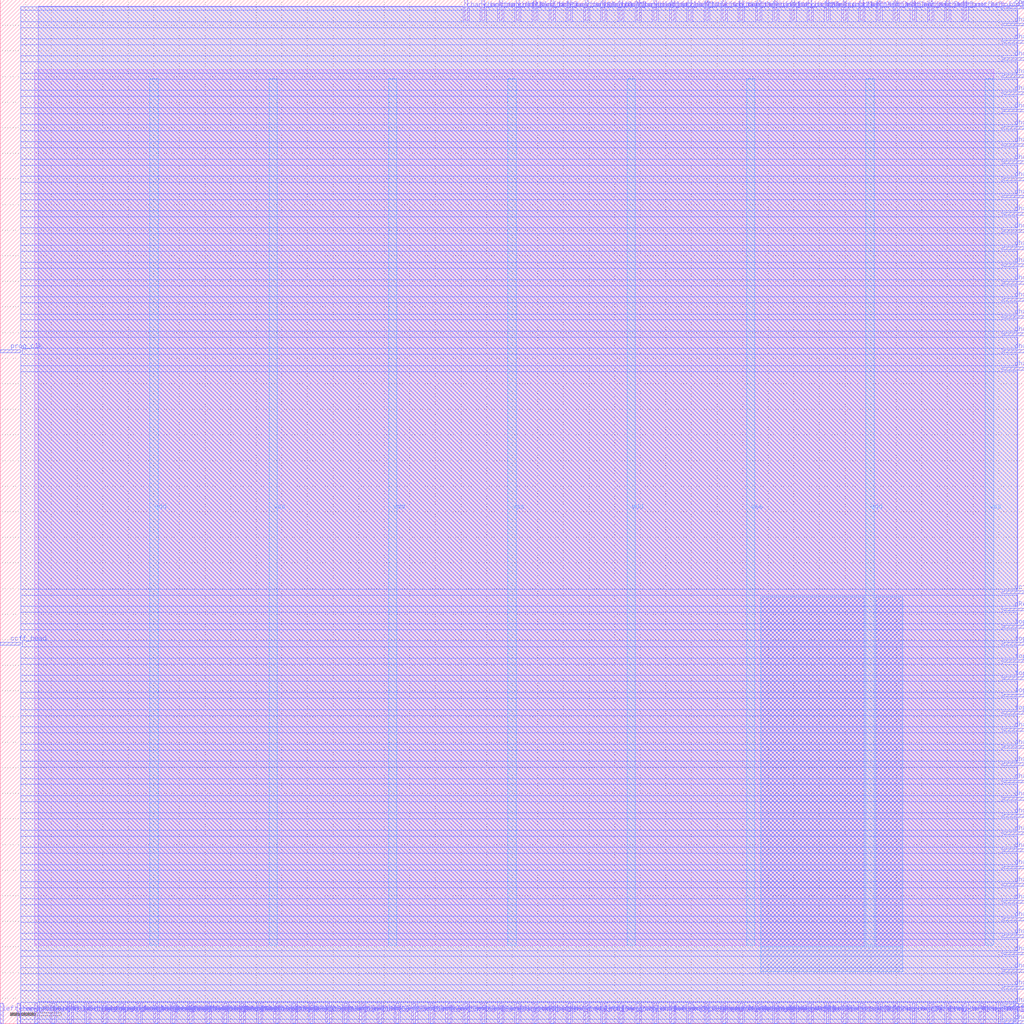
<source format=lef>
VERSION 5.7 ;
  NOWIREEXTENSIONATPIN ON ;
  DIVIDERCHAR "/" ;
  BUSBITCHARS "[]" ;
MACRO sb_2__1_
  CLASS BLOCK ;
  FOREIGN sb_2__1_ ;
  ORIGIN 0.000 0.000 ;
  SIZE 200.000 BY 200.000 ;
  PIN bottom_left_grid_right_width_0_height_0_subtile_0__pin_O_1_
    DIRECTION INPUT ;
    USE SIGNAL ;
    PORT
      LAYER Metal2 ;
        RECT 10.080 0.000 10.640 4.000 ;
    END
  END bottom_left_grid_right_width_0_height_0_subtile_0__pin_O_1_
  PIN bottom_left_grid_right_width_0_height_0_subtile_0__pin_O_5_
    DIRECTION INPUT ;
    USE SIGNAL ;
    PORT
      LAYER Metal2 ;
        RECT 6.720 0.000 7.280 4.000 ;
    END
  END bottom_left_grid_right_width_0_height_0_subtile_0__pin_O_5_
  PIN bottom_right_grid_left_width_0_height_0_subtile_0__pin_inpad_0_
    DIRECTION INPUT ;
    USE SIGNAL ;
    PORT
      LAYER Metal2 ;
        RECT 16.800 0.000 17.360 4.000 ;
    END
  END bottom_right_grid_left_width_0_height_0_subtile_0__pin_inpad_0_
  PIN bottom_right_grid_left_width_0_height_0_subtile_1__pin_inpad_0_
    DIRECTION INPUT ;
    USE SIGNAL ;
    PORT
      LAYER Metal2 ;
        RECT 13.440 0.000 14.000 4.000 ;
    END
  END bottom_right_grid_left_width_0_height_0_subtile_1__pin_inpad_0_
  PIN bottom_right_grid_left_width_0_height_0_subtile_2__pin_inpad_0_
    DIRECTION INPUT ;
    USE SIGNAL ;
    PORT
      LAYER Metal2 ;
        RECT 23.520 0.000 24.080 4.000 ;
    END
  END bottom_right_grid_left_width_0_height_0_subtile_2__pin_inpad_0_
  PIN bottom_right_grid_left_width_0_height_0_subtile_3__pin_inpad_0_
    DIRECTION INPUT ;
    USE SIGNAL ;
    PORT
      LAYER Metal2 ;
        RECT 20.160 0.000 20.720 4.000 ;
    END
  END bottom_right_grid_left_width_0_height_0_subtile_3__pin_inpad_0_
  PIN ccff_head
    DIRECTION INPUT ;
    USE SIGNAL ;
    ANTENNAGATEAREA 0.741000 ;
    ANTENNADIFFAREA 0.410400 ;
    PORT
      LAYER Metal3 ;
        RECT 0.000 73.920 4.000 74.480 ;
    END
  END ccff_head
  PIN ccff_tail
    DIRECTION OUTPUT TRISTATE ;
    USE SIGNAL ;
    ANTENNADIFFAREA 1.986000 ;
    PORT
      LAYER Metal3 ;
        RECT 196.000 84.000 200.000 84.560 ;
    END
  END ccff_tail
  PIN chanx_left_in[0]
    DIRECTION INPUT ;
    USE SIGNAL ;
    PORT
      LAYER Metal2 ;
        RECT 30.240 0.000 30.800 4.000 ;
    END
  END chanx_left_in[0]
  PIN chanx_left_in[10]
    DIRECTION INPUT ;
    USE SIGNAL ;
    PORT
      LAYER Metal2 ;
        RECT 26.880 0.000 27.440 4.000 ;
    END
  END chanx_left_in[10]
  PIN chanx_left_in[11]
    DIRECTION INPUT ;
    USE SIGNAL ;
    PORT
      LAYER Metal2 ;
        RECT 36.960 0.000 37.520 4.000 ;
    END
  END chanx_left_in[11]
  PIN chanx_left_in[12]
    DIRECTION INPUT ;
    USE SIGNAL ;
    PORT
      LAYER Metal2 ;
        RECT 33.600 0.000 34.160 4.000 ;
    END
  END chanx_left_in[12]
  PIN chanx_left_in[13]
    DIRECTION INPUT ;
    USE SIGNAL ;
    PORT
      LAYER Metal2 ;
        RECT 43.680 0.000 44.240 4.000 ;
    END
  END chanx_left_in[13]
  PIN chanx_left_in[14]
    DIRECTION INPUT ;
    USE SIGNAL ;
    PORT
      LAYER Metal2 ;
        RECT 40.320 0.000 40.880 4.000 ;
    END
  END chanx_left_in[14]
  PIN chanx_left_in[15]
    DIRECTION INPUT ;
    USE SIGNAL ;
    PORT
      LAYER Metal2 ;
        RECT 50.400 0.000 50.960 4.000 ;
    END
  END chanx_left_in[15]
  PIN chanx_left_in[16]
    DIRECTION INPUT ;
    USE SIGNAL ;
    PORT
      LAYER Metal2 ;
        RECT 47.040 0.000 47.600 4.000 ;
    END
  END chanx_left_in[16]
  PIN chanx_left_in[17]
    DIRECTION INPUT ;
    USE SIGNAL ;
    PORT
      LAYER Metal2 ;
        RECT 57.120 0.000 57.680 4.000 ;
    END
  END chanx_left_in[17]
  PIN chanx_left_in[18]
    DIRECTION INPUT ;
    USE SIGNAL ;
    PORT
      LAYER Metal2 ;
        RECT 53.760 0.000 54.320 4.000 ;
    END
  END chanx_left_in[18]
  PIN chanx_left_in[19]
    DIRECTION INPUT ;
    USE SIGNAL ;
    PORT
      LAYER Metal2 ;
        RECT 63.840 0.000 64.400 4.000 ;
    END
  END chanx_left_in[19]
  PIN chanx_left_in[1]
    DIRECTION INPUT ;
    USE SIGNAL ;
    PORT
      LAYER Metal2 ;
        RECT 60.480 0.000 61.040 4.000 ;
    END
  END chanx_left_in[1]
  PIN chanx_left_in[2]
    DIRECTION INPUT ;
    USE SIGNAL ;
    PORT
      LAYER Metal2 ;
        RECT 70.560 0.000 71.120 4.000 ;
    END
  END chanx_left_in[2]
  PIN chanx_left_in[3]
    DIRECTION INPUT ;
    USE SIGNAL ;
    PORT
      LAYER Metal2 ;
        RECT 67.200 0.000 67.760 4.000 ;
    END
  END chanx_left_in[3]
  PIN chanx_left_in[4]
    DIRECTION INPUT ;
    USE SIGNAL ;
    PORT
      LAYER Metal2 ;
        RECT 77.280 0.000 77.840 4.000 ;
    END
  END chanx_left_in[4]
  PIN chanx_left_in[5]
    DIRECTION INPUT ;
    USE SIGNAL ;
    PORT
      LAYER Metal2 ;
        RECT 73.920 0.000 74.480 4.000 ;
    END
  END chanx_left_in[5]
  PIN chanx_left_in[6]
    DIRECTION INPUT ;
    USE SIGNAL ;
    PORT
      LAYER Metal2 ;
        RECT 84.000 0.000 84.560 4.000 ;
    END
  END chanx_left_in[6]
  PIN chanx_left_in[7]
    DIRECTION INPUT ;
    USE SIGNAL ;
    PORT
      LAYER Metal2 ;
        RECT 80.640 0.000 81.200 4.000 ;
    END
  END chanx_left_in[7]
  PIN chanx_left_in[8]
    DIRECTION INPUT ;
    USE SIGNAL ;
    PORT
      LAYER Metal2 ;
        RECT 90.720 0.000 91.280 4.000 ;
    END
  END chanx_left_in[8]
  PIN chanx_left_in[9]
    DIRECTION INPUT ;
    USE SIGNAL ;
    PORT
      LAYER Metal2 ;
        RECT 87.360 0.000 87.920 4.000 ;
    END
  END chanx_left_in[9]
  PIN chanx_left_out[0]
    DIRECTION OUTPUT TRISTATE ;
    USE SIGNAL ;
    ANTENNADIFFAREA 0.360800 ;
    PORT
      LAYER Metal2 ;
        RECT 131.040 196.000 131.600 200.000 ;
    END
  END chanx_left_out[0]
  PIN chanx_left_out[10]
    DIRECTION OUTPUT TRISTATE ;
    USE SIGNAL ;
    ANTENNADIFFAREA 0.360800 ;
    PORT
      LAYER Metal2 ;
        RECT 188.160 196.000 188.720 200.000 ;
    END
  END chanx_left_out[10]
  PIN chanx_left_out[11]
    DIRECTION OUTPUT TRISTATE ;
    USE SIGNAL ;
    ANTENNADIFFAREA 0.360800 ;
    PORT
      LAYER Metal2 ;
        RECT 181.440 196.000 182.000 200.000 ;
    END
  END chanx_left_out[11]
  PIN chanx_left_out[12]
    DIRECTION OUTPUT TRISTATE ;
    USE SIGNAL ;
    ANTENNADIFFAREA 0.360800 ;
    PORT
      LAYER Metal2 ;
        RECT 174.720 196.000 175.280 200.000 ;
    END
  END chanx_left_out[12]
  PIN chanx_left_out[13]
    DIRECTION OUTPUT TRISTATE ;
    USE SIGNAL ;
    ANTENNADIFFAREA 0.360800 ;
    PORT
      LAYER Metal3 ;
        RECT 196.000 0.000 200.000 0.560 ;
    END
  END chanx_left_out[13]
  PIN chanx_left_out[14]
    DIRECTION OUTPUT TRISTATE ;
    USE SIGNAL ;
    ANTENNADIFFAREA 0.360800 ;
    PORT
      LAYER Metal3 ;
        RECT 196.000 127.680 200.000 128.240 ;
    END
  END chanx_left_out[14]
  PIN chanx_left_out[15]
    DIRECTION OUTPUT TRISTATE ;
    USE SIGNAL ;
    ANTENNADIFFAREA 0.360800 ;
    PORT
      LAYER Metal2 ;
        RECT 144.480 196.000 145.040 200.000 ;
    END
  END chanx_left_out[15]
  PIN chanx_left_out[16]
    DIRECTION OUTPUT TRISTATE ;
    USE SIGNAL ;
    ANTENNADIFFAREA 2.080400 ;
    PORT
      LAYER Metal2 ;
        RECT 198.240 0.000 198.800 4.000 ;
    END
  END chanx_left_out[16]
  PIN chanx_left_out[17]
    DIRECTION OUTPUT TRISTATE ;
    USE SIGNAL ;
    ANTENNADIFFAREA 1.986000 ;
    PORT
      LAYER Metal3 ;
        RECT 196.000 57.120 200.000 57.680 ;
    END
  END chanx_left_out[17]
  PIN chanx_left_out[18]
    DIRECTION OUTPUT TRISTATE ;
    USE SIGNAL ;
    ANTENNADIFFAREA 2.080400 ;
    PORT
      LAYER Metal3 ;
        RECT 196.000 198.240 200.000 198.800 ;
    END
  END chanx_left_out[18]
  PIN chanx_left_out[19]
    DIRECTION OUTPUT TRISTATE ;
    USE SIGNAL ;
    ANTENNADIFFAREA 2.080400 ;
    PORT
      LAYER Metal2 ;
        RECT 164.640 196.000 165.200 200.000 ;
    END
  END chanx_left_out[19]
  PIN chanx_left_out[1]
    DIRECTION OUTPUT TRISTATE ;
    USE SIGNAL ;
    ANTENNADIFFAREA 0.360800 ;
    PORT
      LAYER Metal3 ;
        RECT 196.000 168.000 200.000 168.560 ;
    END
  END chanx_left_out[1]
  PIN chanx_left_out[2]
    DIRECTION OUTPUT TRISTATE ;
    USE SIGNAL ;
    ANTENNADIFFAREA 0.360800 ;
    PORT
      LAYER Metal2 ;
        RECT 157.920 196.000 158.480 200.000 ;
    END
  END chanx_left_out[2]
  PIN chanx_left_out[3]
    DIRECTION OUTPUT TRISTATE ;
    USE SIGNAL ;
    ANTENNADIFFAREA 0.360800 ;
    PORT
      LAYER Metal3 ;
        RECT 196.000 20.160 200.000 20.720 ;
    END
  END chanx_left_out[3]
  PIN chanx_left_out[4]
    DIRECTION OUTPUT TRISTATE ;
    USE SIGNAL ;
    ANTENNADIFFAREA 0.360800 ;
    PORT
      LAYER Metal2 ;
        RECT 134.400 0.000 134.960 4.000 ;
    END
  END chanx_left_out[4]
  PIN chanx_left_out[5]
    DIRECTION OUTPUT TRISTATE ;
    USE SIGNAL ;
    ANTENNADIFFAREA 0.360800 ;
    PORT
      LAYER Metal2 ;
        RECT 171.360 196.000 171.920 200.000 ;
    END
  END chanx_left_out[5]
  PIN chanx_left_out[6]
    DIRECTION OUTPUT TRISTATE ;
    USE SIGNAL ;
    ANTENNADIFFAREA 0.360800 ;
    PORT
      LAYER Metal3 ;
        RECT 196.000 164.640 200.000 165.200 ;
    END
  END chanx_left_out[6]
  PIN chanx_left_out[7]
    DIRECTION OUTPUT TRISTATE ;
    USE SIGNAL ;
    ANTENNADIFFAREA 0.360800 ;
    PORT
      LAYER Metal3 ;
        RECT 196.000 16.800 200.000 17.360 ;
    END
  END chanx_left_out[7]
  PIN chanx_left_out[8]
    DIRECTION OUTPUT TRISTATE ;
    USE SIGNAL ;
    ANTENNADIFFAREA 0.360800 ;
    PORT
      LAYER Metal2 ;
        RECT 161.280 0.000 161.840 4.000 ;
    END
  END chanx_left_out[8]
  PIN chanx_left_out[9]
    DIRECTION OUTPUT TRISTATE ;
    USE SIGNAL ;
    ANTENNADIFFAREA 0.360800 ;
    PORT
      LAYER Metal2 ;
        RECT 168.000 196.000 168.560 200.000 ;
    END
  END chanx_left_out[9]
  PIN chany_bottom_in[0]
    DIRECTION INPUT ;
    USE SIGNAL ;
    ANTENNAGATEAREA 0.741000 ;
    ANTENNADIFFAREA 0.410400 ;
    PORT
      LAYER Metal3 ;
        RECT 196.000 137.760 200.000 138.320 ;
    END
  END chany_bottom_in[0]
  PIN chany_bottom_in[10]
    DIRECTION INPUT ;
    USE SIGNAL ;
    ANTENNAGATEAREA 0.741000 ;
    ANTENNADIFFAREA 0.410400 ;
    PORT
      LAYER Metal2 ;
        RECT 141.120 196.000 141.680 200.000 ;
    END
  END chany_bottom_in[10]
  PIN chany_bottom_in[11]
    DIRECTION INPUT ;
    USE SIGNAL ;
    PORT
      LAYER Metal2 ;
        RECT 97.440 0.000 98.000 4.000 ;
    END
  END chany_bottom_in[11]
  PIN chany_bottom_in[12]
    DIRECTION INPUT ;
    USE SIGNAL ;
    ANTENNAGATEAREA 0.741000 ;
    ANTENNADIFFAREA 0.410400 ;
    PORT
      LAYER Metal2 ;
        RECT 120.960 196.000 121.520 200.000 ;
    END
  END chany_bottom_in[12]
  PIN chany_bottom_in[13]
    DIRECTION INPUT ;
    USE SIGNAL ;
    ANTENNAGATEAREA 0.741000 ;
    ANTENNADIFFAREA 0.410400 ;
    PORT
      LAYER Metal3 ;
        RECT 196.000 10.080 200.000 10.640 ;
    END
  END chany_bottom_in[13]
  PIN chany_bottom_in[14]
    DIRECTION INPUT ;
    USE SIGNAL ;
    ANTENNAGATEAREA 0.741000 ;
    ANTENNADIFFAREA 0.410400 ;
    PORT
      LAYER Metal2 ;
        RECT 184.800 196.000 185.360 200.000 ;
    END
  END chany_bottom_in[14]
  PIN chany_bottom_in[15]
    DIRECTION INPUT ;
    USE SIGNAL ;
    PORT
      LAYER Metal2 ;
        RECT 94.080 0.000 94.640 4.000 ;
    END
  END chany_bottom_in[15]
  PIN chany_bottom_in[16]
    DIRECTION INPUT ;
    USE SIGNAL ;
    ANTENNAGATEAREA 0.741000 ;
    ANTENNADIFFAREA 0.410400 ;
    PORT
      LAYER Metal2 ;
        RECT 117.600 196.000 118.160 200.000 ;
    END
  END chany_bottom_in[16]
  PIN chany_bottom_in[17]
    DIRECTION INPUT ;
    USE SIGNAL ;
    ANTENNAGATEAREA 0.741000 ;
    ANTENNADIFFAREA 0.410400 ;
    PORT
      LAYER Metal2 ;
        RECT 90.720 196.000 91.280 200.000 ;
    END
  END chany_bottom_in[17]
  PIN chany_bottom_in[18]
    DIRECTION INPUT ;
    USE SIGNAL ;
    ANTENNAGATEAREA 0.741000 ;
    ANTENNADIFFAREA 0.410400 ;
    PORT
      LAYER Metal3 ;
        RECT 196.000 26.880 200.000 27.440 ;
    END
  END chany_bottom_in[18]
  PIN chany_bottom_in[19]
    DIRECTION INPUT ;
    USE SIGNAL ;
    PORT
      LAYER Metal2 ;
        RECT 104.160 0.000 104.720 4.000 ;
    END
  END chany_bottom_in[19]
  PIN chany_bottom_in[1]
    DIRECTION INPUT ;
    USE SIGNAL ;
    ANTENNAGATEAREA 0.741000 ;
    ANTENNADIFFAREA 0.410400 ;
    PORT
      LAYER Metal3 ;
        RECT 196.000 134.400 200.000 134.960 ;
    END
  END chany_bottom_in[1]
  PIN chany_bottom_in[2]
    DIRECTION INPUT ;
    USE SIGNAL ;
    ANTENNAGATEAREA 0.741000 ;
    ANTENNADIFFAREA 0.410400 ;
    PORT
      LAYER Metal3 ;
        RECT 196.000 141.120 200.000 141.680 ;
    END
  END chany_bottom_in[2]
  PIN chany_bottom_in[3]
    DIRECTION INPUT ;
    USE SIGNAL ;
    PORT
      LAYER Metal2 ;
        RECT 100.800 0.000 101.360 4.000 ;
    END
  END chany_bottom_in[3]
  PIN chany_bottom_in[4]
    DIRECTION INPUT ;
    USE SIGNAL ;
    ANTENNAGATEAREA 0.741000 ;
    ANTENNADIFFAREA 0.410400 ;
    PORT
      LAYER Metal3 ;
        RECT 196.000 6.720 200.000 7.280 ;
    END
  END chany_bottom_in[4]
  PIN chany_bottom_in[5]
    DIRECTION INPUT ;
    USE SIGNAL ;
    ANTENNAGATEAREA 0.741000 ;
    ANTENNADIFFAREA 0.410400 ;
    PORT
      LAYER Metal3 ;
        RECT 196.000 43.680 200.000 44.240 ;
    END
  END chany_bottom_in[5]
  PIN chany_bottom_in[6]
    DIRECTION INPUT ;
    USE SIGNAL ;
    ANTENNAGATEAREA 0.741000 ;
    ANTENNADIFFAREA 0.410400 ;
    PORT
      LAYER Metal3 ;
        RECT 196.000 3.360 200.000 3.920 ;
    END
  END chany_bottom_in[6]
  PIN chany_bottom_in[7]
    DIRECTION INPUT ;
    USE SIGNAL ;
    PORT
      LAYER Metal2 ;
        RECT 124.320 0.000 124.880 4.000 ;
    END
  END chany_bottom_in[7]
  PIN chany_bottom_in[8]
    DIRECTION INPUT ;
    USE SIGNAL ;
    ANTENNAGATEAREA 0.741000 ;
    ANTENNADIFFAREA 0.410400 ;
    PORT
      LAYER Metal2 ;
        RECT 107.520 0.000 108.080 4.000 ;
    END
  END chany_bottom_in[8]
  PIN chany_bottom_in[9]
    DIRECTION INPUT ;
    USE SIGNAL ;
    ANTENNAGATEAREA 0.741000 ;
    ANTENNADIFFAREA 0.410400 ;
    PORT
      LAYER Metal2 ;
        RECT 144.480 0.000 145.040 4.000 ;
    END
  END chany_bottom_in[9]
  PIN chany_bottom_out[0]
    DIRECTION OUTPUT TRISTATE ;
    USE SIGNAL ;
    ANTENNADIFFAREA 0.360800 ;
    PORT
      LAYER Metal3 ;
        RECT 196.000 171.360 200.000 171.920 ;
    END
  END chany_bottom_out[0]
  PIN chany_bottom_out[10]
    DIRECTION OUTPUT TRISTATE ;
    USE SIGNAL ;
    ANTENNADIFFAREA 2.080400 ;
    PORT
      LAYER Metal2 ;
        RECT 157.920 0.000 158.480 4.000 ;
    END
  END chany_bottom_out[10]
  PIN chany_bottom_out[11]
    DIRECTION OUTPUT TRISTATE ;
    USE SIGNAL ;
    ANTENNADIFFAREA 2.080400 ;
    PORT
      LAYER Metal3 ;
        RECT 196.000 131.040 200.000 131.600 ;
    END
  END chany_bottom_out[11]
  PIN chany_bottom_out[12]
    DIRECTION OUTPUT TRISTATE ;
    USE SIGNAL ;
    ANTENNADIFFAREA 0.360800 ;
    PORT
      LAYER Metal2 ;
        RECT 147.840 196.000 148.400 200.000 ;
    END
  END chany_bottom_out[12]
  PIN chany_bottom_out[13]
    DIRECTION OUTPUT TRISTATE ;
    USE SIGNAL ;
    ANTENNADIFFAREA 2.080400 ;
    PORT
      LAYER Metal2 ;
        RECT 168.000 0.000 168.560 4.000 ;
    END
  END chany_bottom_out[13]
  PIN chany_bottom_out[14]
    DIRECTION OUTPUT TRISTATE ;
    USE SIGNAL ;
    ANTENNADIFFAREA 2.080400 ;
    PORT
      LAYER Metal3 ;
        RECT 196.000 47.040 200.000 47.600 ;
    END
  END chany_bottom_out[14]
  PIN chany_bottom_out[15]
    DIRECTION OUTPUT TRISTATE ;
    USE SIGNAL ;
    ANTENNADIFFAREA 2.080400 ;
    PORT
      LAYER Metal2 ;
        RECT 194.880 0.000 195.440 4.000 ;
    END
  END chany_bottom_out[15]
  PIN chany_bottom_out[16]
    DIRECTION OUTPUT TRISTATE ;
    USE SIGNAL ;
    ANTENNADIFFAREA 0.360800 ;
    PORT
      LAYER Metal2 ;
        RECT 107.520 196.000 108.080 200.000 ;
    END
  END chany_bottom_out[16]
  PIN chany_bottom_out[17]
    DIRECTION OUTPUT TRISTATE ;
    USE SIGNAL ;
    ANTENNADIFFAREA 2.080400 ;
    PORT
      LAYER Metal2 ;
        RECT 154.560 196.000 155.120 200.000 ;
    END
  END chany_bottom_out[17]
  PIN chany_bottom_out[18]
    DIRECTION OUTPUT TRISTATE ;
    USE SIGNAL ;
    ANTENNADIFFAREA 2.080400 ;
    PORT
      LAYER Metal3 ;
        RECT 196.000 191.520 200.000 192.080 ;
    END
  END chany_bottom_out[18]
  PIN chany_bottom_out[19]
    DIRECTION OUTPUT TRISTATE ;
    USE SIGNAL ;
    ANTENNADIFFAREA 1.986000 ;
    PORT
      LAYER Metal2 ;
        RECT 104.160 196.000 104.720 200.000 ;
    END
  END chany_bottom_out[19]
  PIN chany_bottom_out[1]
    DIRECTION OUTPUT TRISTATE ;
    USE SIGNAL ;
    ANTENNADIFFAREA 2.080400 ;
    PORT
      LAYER Metal2 ;
        RECT 141.120 0.000 141.680 4.000 ;
    END
  END chany_bottom_out[1]
  PIN chany_bottom_out[2]
    DIRECTION OUTPUT TRISTATE ;
    USE SIGNAL ;
    ANTENNADIFFAREA 2.080400 ;
    PORT
      LAYER Metal2 ;
        RECT 184.800 0.000 185.360 4.000 ;
    END
  END chany_bottom_out[2]
  PIN chany_bottom_out[3]
    DIRECTION OUTPUT TRISTATE ;
    USE SIGNAL ;
    ANTENNADIFFAREA 2.080400 ;
    PORT
      LAYER Metal2 ;
        RECT 110.880 196.000 111.440 200.000 ;
    END
  END chany_bottom_out[3]
  PIN chany_bottom_out[4]
    DIRECTION OUTPUT TRISTATE ;
    USE SIGNAL ;
    ANTENNADIFFAREA 0.360800 ;
    PORT
      LAYER Metal3 ;
        RECT 196.000 161.280 200.000 161.840 ;
    END
  END chany_bottom_out[4]
  PIN chany_bottom_out[5]
    DIRECTION OUTPUT TRISTATE ;
    USE SIGNAL ;
    ANTENNADIFFAREA 2.080400 ;
    PORT
      LAYER Metal2 ;
        RECT 147.840 0.000 148.400 4.000 ;
    END
  END chany_bottom_out[5]
  PIN chany_bottom_out[6]
    DIRECTION OUTPUT TRISTATE ;
    USE SIGNAL ;
    ANTENNADIFFAREA 2.080400 ;
    PORT
      LAYER Metal2 ;
        RECT 178.080 0.000 178.640 4.000 ;
    END
  END chany_bottom_out[6]
  PIN chany_bottom_out[7]
    DIRECTION OUTPUT TRISTATE ;
    USE SIGNAL ;
    ANTENNADIFFAREA 2.080400 ;
    PORT
      LAYER Metal2 ;
        RECT 124.320 196.000 124.880 200.000 ;
    END
  END chany_bottom_out[7]
  PIN chany_bottom_out[8]
    DIRECTION OUTPUT TRISTATE ;
    USE SIGNAL ;
    ANTENNADIFFAREA 0.360800 ;
    PORT
      LAYER Metal3 ;
        RECT 196.000 13.440 200.000 14.000 ;
    END
  END chany_bottom_out[8]
  PIN chany_bottom_out[9]
    DIRECTION OUTPUT TRISTATE ;
    USE SIGNAL ;
    ANTENNADIFFAREA 2.080400 ;
    PORT
      LAYER Metal3 ;
        RECT 196.000 184.800 200.000 185.360 ;
    END
  END chany_bottom_out[9]
  PIN chany_top_in[0]
    DIRECTION INPUT ;
    USE SIGNAL ;
    ANTENNAGATEAREA 0.741000 ;
    ANTENNADIFFAREA 0.410400 ;
    PORT
      LAYER Metal2 ;
        RECT 137.760 0.000 138.320 4.000 ;
    END
  END chany_top_in[0]
  PIN chany_top_in[10]
    DIRECTION INPUT ;
    USE SIGNAL ;
    ANTENNAGATEAREA 0.741000 ;
    ANTENNADIFFAREA 0.410400 ;
    PORT
      LAYER Metal3 ;
        RECT 196.000 147.840 200.000 148.400 ;
    END
  END chany_top_in[10]
  PIN chany_top_in[11]
    DIRECTION INPUT ;
    USE SIGNAL ;
    ANTENNAGATEAREA 0.741000 ;
    ANTENNADIFFAREA 0.410400 ;
    PORT
      LAYER Metal3 ;
        RECT 196.000 188.160 200.000 188.720 ;
    END
  END chany_top_in[11]
  PIN chany_top_in[12]
    DIRECTION INPUT ;
    USE SIGNAL ;
    ANTENNAGATEAREA 0.741000 ;
    ANTENNADIFFAREA 0.410400 ;
    PORT
      LAYER Metal2 ;
        RECT 164.640 0.000 165.200 4.000 ;
    END
  END chany_top_in[12]
  PIN chany_top_in[13]
    DIRECTION INPUT ;
    USE SIGNAL ;
    ANTENNAGATEAREA 0.741000 ;
    ANTENNADIFFAREA 0.410400 ;
    PORT
      LAYER Metal3 ;
        RECT 196.000 53.760 200.000 54.320 ;
    END
  END chany_top_in[13]
  PIN chany_top_in[14]
    DIRECTION INPUT ;
    USE SIGNAL ;
    ANTENNAGATEAREA 0.741000 ;
    ANTENNADIFFAREA 0.410400 ;
    PORT
      LAYER Metal2 ;
        RECT 181.440 0.000 182.000 4.000 ;
    END
  END chany_top_in[14]
  PIN chany_top_in[15]
    DIRECTION INPUT ;
    USE SIGNAL ;
    ANTENNAGATEAREA 0.741000 ;
    ANTENNADIFFAREA 0.410400 ;
    PORT
      LAYER Metal3 ;
        RECT 196.000 33.600 200.000 34.160 ;
    END
  END chany_top_in[15]
  PIN chany_top_in[16]
    DIRECTION INPUT ;
    USE SIGNAL ;
    ANTENNAGATEAREA 0.741000 ;
    ANTENNADIFFAREA 0.410400 ;
    PORT
      LAYER Metal2 ;
        RECT 151.200 196.000 151.760 200.000 ;
    END
  END chany_top_in[16]
  PIN chany_top_in[17]
    DIRECTION INPUT ;
    USE SIGNAL ;
    ANTENNAGATEAREA 0.741000 ;
    ANTENNADIFFAREA 0.410400 ;
    PORT
      LAYER Metal3 ;
        RECT 196.000 178.080 200.000 178.640 ;
    END
  END chany_top_in[17]
  PIN chany_top_in[18]
    DIRECTION INPUT ;
    USE SIGNAL ;
    ANTENNAGATEAREA 0.741000 ;
    ANTENNADIFFAREA 0.410400 ;
    PORT
      LAYER Metal2 ;
        RECT 94.080 196.000 94.640 200.000 ;
    END
  END chany_top_in[18]
  PIN chany_top_in[19]
    DIRECTION INPUT ;
    USE SIGNAL ;
    ANTENNAGATEAREA 0.741000 ;
    ANTENNADIFFAREA 0.410400 ;
    PORT
      LAYER Metal2 ;
        RECT 171.360 0.000 171.920 4.000 ;
    END
  END chany_top_in[19]
  PIN chany_top_in[1]
    DIRECTION INPUT ;
    USE SIGNAL ;
    ANTENNAGATEAREA 0.741000 ;
    ANTENNADIFFAREA 0.410400 ;
    PORT
      LAYER Metal2 ;
        RECT 188.160 0.000 188.720 4.000 ;
    END
  END chany_top_in[1]
  PIN chany_top_in[2]
    DIRECTION INPUT ;
    USE SIGNAL ;
    ANTENNAGATEAREA 0.741000 ;
    ANTENNADIFFAREA 0.410400 ;
    PORT
      LAYER Metal2 ;
        RECT 100.800 196.000 101.360 200.000 ;
    END
  END chany_top_in[2]
  PIN chany_top_in[3]
    DIRECTION INPUT ;
    USE SIGNAL ;
    PORT
      LAYER Metal2 ;
        RECT 3.360 0.000 3.920 4.000 ;
    END
  END chany_top_in[3]
  PIN chany_top_in[4]
    DIRECTION INPUT ;
    USE SIGNAL ;
    ANTENNAGATEAREA 0.741000 ;
    ANTENNADIFFAREA 0.410400 ;
    PORT
      LAYER Metal2 ;
        RECT 151.200 0.000 151.760 4.000 ;
    END
  END chany_top_in[4]
  PIN chany_top_in[5]
    DIRECTION INPUT ;
    USE SIGNAL ;
    ANTENNAGATEAREA 0.741000 ;
    ANTENNADIFFAREA 0.410400 ;
    PORT
      LAYER Metal2 ;
        RECT 191.520 0.000 192.080 4.000 ;
    END
  END chany_top_in[5]
  PIN chany_top_in[6]
    DIRECTION INPUT ;
    USE SIGNAL ;
    ANTENNAGATEAREA 0.741000 ;
    ANTENNADIFFAREA 0.410400 ;
    PORT
      LAYER Metal2 ;
        RECT 114.240 196.000 114.800 200.000 ;
    END
  END chany_top_in[6]
  PIN chany_top_in[7]
    DIRECTION INPUT ;
    USE SIGNAL ;
    ANTENNAGATEAREA 0.741000 ;
    ANTENNADIFFAREA 0.410400 ;
    PORT
      LAYER Metal2 ;
        RECT 178.080 196.000 178.640 200.000 ;
    END
  END chany_top_in[7]
  PIN chany_top_in[8]
    DIRECTION INPUT ;
    USE SIGNAL ;
    ANTENNAGATEAREA 0.741000 ;
    ANTENNADIFFAREA 0.410400 ;
    PORT
      LAYER Metal3 ;
        RECT 196.000 144.480 200.000 145.040 ;
    END
  END chany_top_in[8]
  PIN chany_top_in[9]
    DIRECTION INPUT ;
    USE SIGNAL ;
    ANTENNAGATEAREA 0.741000 ;
    ANTENNADIFFAREA 0.410400 ;
    PORT
      LAYER Metal2 ;
        RECT 154.560 0.000 155.120 4.000 ;
    END
  END chany_top_in[9]
  PIN chany_top_out[0]
    DIRECTION OUTPUT TRISTATE ;
    USE SIGNAL ;
    ANTENNADIFFAREA 0.360800 ;
    PORT
      LAYER Metal2 ;
        RECT 120.960 0.000 121.520 4.000 ;
    END
  END chany_top_out[0]
  PIN chany_top_out[10]
    DIRECTION OUTPUT TRISTATE ;
    USE SIGNAL ;
    ANTENNADIFFAREA 2.080400 ;
    PORT
      LAYER Metal2 ;
        RECT 174.720 0.000 175.280 4.000 ;
    END
  END chany_top_out[10]
  PIN chany_top_out[11]
    DIRECTION OUTPUT TRISTATE ;
    USE SIGNAL ;
    ANTENNADIFFAREA 2.080400 ;
    PORT
      LAYER Metal2 ;
        RECT 137.760 196.000 138.320 200.000 ;
    END
  END chany_top_out[11]
  PIN chany_top_out[12]
    DIRECTION OUTPUT TRISTATE ;
    USE SIGNAL ;
    ANTENNADIFFAREA 0.360800 ;
    PORT
      LAYER Metal2 ;
        RECT 114.240 0.000 114.800 4.000 ;
    END
  END chany_top_out[12]
  PIN chany_top_out[13]
    DIRECTION OUTPUT TRISTATE ;
    USE SIGNAL ;
    ANTENNADIFFAREA 2.080400 ;
    PORT
      LAYER Metal2 ;
        RECT 134.400 196.000 134.960 200.000 ;
    END
  END chany_top_out[13]
  PIN chany_top_out[14]
    DIRECTION OUTPUT TRISTATE ;
    USE SIGNAL ;
    ANTENNADIFFAREA 1.986000 ;
    PORT
      LAYER Metal3 ;
        RECT 196.000 40.320 200.000 40.880 ;
    END
  END chany_top_out[14]
  PIN chany_top_out[15]
    DIRECTION OUTPUT TRISTATE ;
    USE SIGNAL ;
    ANTENNADIFFAREA 2.080400 ;
    PORT
      LAYER Metal2 ;
        RECT 161.280 196.000 161.840 200.000 ;
    END
  END chany_top_out[15]
  PIN chany_top_out[16]
    DIRECTION OUTPUT TRISTATE ;
    USE SIGNAL ;
    ANTENNADIFFAREA 0.360800 ;
    PORT
      LAYER Metal3 ;
        RECT 196.000 157.920 200.000 158.480 ;
    END
  END chany_top_out[16]
  PIN chany_top_out[17]
    DIRECTION OUTPUT TRISTATE ;
    USE SIGNAL ;
    ANTENNADIFFAREA 1.986000 ;
    PORT
      LAYER Metal2 ;
        RECT 127.680 196.000 128.240 200.000 ;
    END
  END chany_top_out[17]
  PIN chany_top_out[18]
    DIRECTION OUTPUT TRISTATE ;
    USE SIGNAL ;
    ANTENNADIFFAREA 1.986000 ;
    PORT
      LAYER Metal2 ;
        RECT 97.440 196.000 98.000 200.000 ;
    END
  END chany_top_out[18]
  PIN chany_top_out[19]
    DIRECTION OUTPUT TRISTATE ;
    USE SIGNAL ;
    ANTENNADIFFAREA 2.080400 ;
    PORT
      LAYER Metal3 ;
        RECT 196.000 50.400 200.000 50.960 ;
    END
  END chany_top_out[19]
  PIN chany_top_out[1]
    DIRECTION OUTPUT TRISTATE ;
    USE SIGNAL ;
    ANTENNADIFFAREA 1.986000 ;
    PORT
      LAYER Metal3 ;
        RECT 196.000 181.440 200.000 182.000 ;
    END
  END chany_top_out[1]
  PIN chany_top_out[2]
    DIRECTION OUTPUT TRISTATE ;
    USE SIGNAL ;
    ANTENNADIFFAREA 2.080400 ;
    PORT
      LAYER Metal3 ;
        RECT 196.000 174.720 200.000 175.280 ;
    END
  END chany_top_out[2]
  PIN chany_top_out[3]
    DIRECTION OUTPUT TRISTATE ;
    USE SIGNAL ;
    ANTENNADIFFAREA 2.080400 ;
    PORT
      LAYER Metal3 ;
        RECT 196.000 194.880 200.000 195.440 ;
    END
  END chany_top_out[3]
  PIN chany_top_out[4]
    DIRECTION OUTPUT TRISTATE ;
    USE SIGNAL ;
    ANTENNADIFFAREA 0.360800 ;
    PORT
      LAYER Metal3 ;
        RECT 196.000 151.200 200.000 151.760 ;
    END
  END chany_top_out[4]
  PIN chany_top_out[5]
    DIRECTION OUTPUT TRISTATE ;
    USE SIGNAL ;
    ANTENNADIFFAREA 2.080400 ;
    PORT
      LAYER Metal3 ;
        RECT 196.000 23.520 200.000 24.080 ;
    END
  END chany_top_out[5]
  PIN chany_top_out[6]
    DIRECTION OUTPUT TRISTATE ;
    USE SIGNAL ;
    ANTENNADIFFAREA 2.080400 ;
    PORT
      LAYER Metal3 ;
        RECT 196.000 30.240 200.000 30.800 ;
    END
  END chany_top_out[6]
  PIN chany_top_out[7]
    DIRECTION OUTPUT TRISTATE ;
    USE SIGNAL ;
    ANTENNADIFFAREA 2.080400 ;
    PORT
      LAYER Metal3 ;
        RECT 196.000 36.960 200.000 37.520 ;
    END
  END chany_top_out[7]
  PIN chany_top_out[8]
    DIRECTION OUTPUT TRISTATE ;
    USE SIGNAL ;
    ANTENNADIFFAREA 0.360800 ;
    PORT
      LAYER Metal3 ;
        RECT 196.000 154.560 200.000 155.120 ;
    END
  END chany_top_out[8]
  PIN chany_top_out[9]
    DIRECTION OUTPUT TRISTATE ;
    USE SIGNAL ;
    ANTENNADIFFAREA 2.080400 ;
    PORT
      LAYER Metal2 ;
        RECT 110.880 0.000 111.440 4.000 ;
    END
  END chany_top_out[9]
  PIN left_bottom_grid_top_width_0_height_0_subtile_0__pin_O_0_
    DIRECTION INPUT ;
    USE SIGNAL ;
    PORT
      LAYER Metal2 ;
        RECT 131.040 0.000 131.600 4.000 ;
    END
  END left_bottom_grid_top_width_0_height_0_subtile_0__pin_O_0_
  PIN left_bottom_grid_top_width_0_height_0_subtile_0__pin_O_4_
    DIRECTION INPUT ;
    USE SIGNAL ;
    PORT
      LAYER Metal2 ;
        RECT 127.680 0.000 128.240 4.000 ;
    END
  END left_bottom_grid_top_width_0_height_0_subtile_0__pin_O_4_
  PIN left_top_grid_bottom_width_0_height_0_subtile_0__pin_O_2_
    DIRECTION INPUT ;
    USE SIGNAL ;
    PORT
      LAYER Metal2 ;
        RECT 0.000 0.000 0.560 4.000 ;
    END
  END left_top_grid_bottom_width_0_height_0_subtile_0__pin_O_2_
  PIN left_top_grid_bottom_width_0_height_0_subtile_0__pin_O_6_
    DIRECTION INPUT ;
    USE SIGNAL ;
    PORT
      LAYER Metal2 ;
        RECT 117.600 0.000 118.160 4.000 ;
    END
  END left_top_grid_bottom_width_0_height_0_subtile_0__pin_O_6_
  PIN pReset
    DIRECTION INPUT ;
    USE SIGNAL ;
    ANTENNAGATEAREA 0.498500 ;
    ANTENNADIFFAREA 0.410400 ;
    PORT
      LAYER Metal3 ;
        RECT 196.000 80.640 200.000 81.200 ;
    END
  END pReset
  PIN prog_clk
    DIRECTION INPUT ;
    USE SIGNAL ;
    ANTENNAGATEAREA 4.738000 ;
    ANTENNADIFFAREA 0.410400 ;
    PORT
      LAYER Metal3 ;
        RECT 0.000 131.040 4.000 131.600 ;
    END
  END prog_clk
  PIN top_left_grid_right_width_0_height_0_subtile_0__pin_O_1_
    DIRECTION INPUT ;
    USE SIGNAL ;
    PORT
      LAYER Metal3 ;
        RECT 196.000 73.920 200.000 74.480 ;
    END
  END top_left_grid_right_width_0_height_0_subtile_0__pin_O_1_
  PIN top_left_grid_right_width_0_height_0_subtile_0__pin_O_5_
    DIRECTION INPUT ;
    USE SIGNAL ;
    PORT
      LAYER Metal3 ;
        RECT 196.000 77.280 200.000 77.840 ;
    END
  END top_left_grid_right_width_0_height_0_subtile_0__pin_O_5_
  PIN top_right_grid_left_width_0_height_0_subtile_0__pin_inpad_0_
    DIRECTION INPUT ;
    USE SIGNAL ;
    PORT
      LAYER Metal3 ;
        RECT 196.000 63.840 200.000 64.400 ;
    END
  END top_right_grid_left_width_0_height_0_subtile_0__pin_inpad_0_
  PIN top_right_grid_left_width_0_height_0_subtile_1__pin_inpad_0_
    DIRECTION INPUT ;
    USE SIGNAL ;
    PORT
      LAYER Metal3 ;
        RECT 196.000 60.480 200.000 61.040 ;
    END
  END top_right_grid_left_width_0_height_0_subtile_1__pin_inpad_0_
  PIN top_right_grid_left_width_0_height_0_subtile_2__pin_inpad_0_
    DIRECTION INPUT ;
    USE SIGNAL ;
    PORT
      LAYER Metal3 ;
        RECT 196.000 67.200 200.000 67.760 ;
    END
  END top_right_grid_left_width_0_height_0_subtile_2__pin_inpad_0_
  PIN top_right_grid_left_width_0_height_0_subtile_3__pin_inpad_0_
    DIRECTION INPUT ;
    USE SIGNAL ;
    PORT
      LAYER Metal3 ;
        RECT 196.000 70.560 200.000 71.120 ;
    END
  END top_right_grid_left_width_0_height_0_subtile_3__pin_inpad_0_
  PIN vdd
    DIRECTION INOUT ;
    USE POWER ;
    PORT
      LAYER Metal4 ;
        RECT 29.230 15.380 30.830 184.540 ;
    END
    PORT
      LAYER Metal4 ;
        RECT 75.850 15.380 77.450 184.540 ;
    END
    PORT
      LAYER Metal4 ;
        RECT 122.470 15.380 124.070 184.540 ;
    END
    PORT
      LAYER Metal4 ;
        RECT 169.090 15.380 170.690 184.540 ;
    END
  END vdd
  PIN vss
    DIRECTION INOUT ;
    USE GROUND ;
    PORT
      LAYER Metal4 ;
        RECT 52.540 15.380 54.140 184.540 ;
    END
    PORT
      LAYER Metal4 ;
        RECT 99.160 15.380 100.760 184.540 ;
    END
    PORT
      LAYER Metal4 ;
        RECT 145.780 15.380 147.380 184.540 ;
    END
    PORT
      LAYER Metal4 ;
        RECT 192.400 15.380 194.000 184.540 ;
    END
  END vss
  OBS
      LAYER Metal1 ;
        RECT 6.720 15.380 194.000 186.330 ;
      LAYER Metal2 ;
        RECT 7.420 195.700 90.420 198.710 ;
        RECT 91.580 195.700 93.780 198.710 ;
        RECT 94.940 195.700 97.140 198.710 ;
        RECT 98.300 195.700 100.500 198.710 ;
        RECT 101.660 195.700 103.860 198.710 ;
        RECT 105.020 195.700 107.220 198.710 ;
        RECT 108.380 195.700 110.580 198.710 ;
        RECT 111.740 195.700 113.940 198.710 ;
        RECT 115.100 195.700 117.300 198.710 ;
        RECT 118.460 195.700 120.660 198.710 ;
        RECT 121.820 195.700 124.020 198.710 ;
        RECT 125.180 195.700 127.380 198.710 ;
        RECT 128.540 195.700 130.740 198.710 ;
        RECT 131.900 195.700 134.100 198.710 ;
        RECT 135.260 195.700 137.460 198.710 ;
        RECT 138.620 195.700 140.820 198.710 ;
        RECT 141.980 195.700 144.180 198.710 ;
        RECT 145.340 195.700 147.540 198.710 ;
        RECT 148.700 195.700 150.900 198.710 ;
        RECT 152.060 195.700 154.260 198.710 ;
        RECT 155.420 195.700 157.620 198.710 ;
        RECT 158.780 195.700 160.980 198.710 ;
        RECT 162.140 195.700 164.340 198.710 ;
        RECT 165.500 195.700 167.700 198.710 ;
        RECT 168.860 195.700 171.060 198.710 ;
        RECT 172.220 195.700 174.420 198.710 ;
        RECT 175.580 195.700 177.780 198.710 ;
        RECT 178.940 195.700 181.140 198.710 ;
        RECT 182.300 195.700 184.500 198.710 ;
        RECT 185.660 195.700 187.860 198.710 ;
        RECT 189.020 195.700 198.660 198.710 ;
        RECT 7.420 4.300 198.660 195.700 ;
        RECT 7.580 0.090 9.780 4.300 ;
        RECT 10.940 0.090 13.140 4.300 ;
        RECT 14.300 0.090 16.500 4.300 ;
        RECT 17.660 0.090 19.860 4.300 ;
        RECT 21.020 0.090 23.220 4.300 ;
        RECT 24.380 0.090 26.580 4.300 ;
        RECT 27.740 0.090 29.940 4.300 ;
        RECT 31.100 0.090 33.300 4.300 ;
        RECT 34.460 0.090 36.660 4.300 ;
        RECT 37.820 0.090 40.020 4.300 ;
        RECT 41.180 0.090 43.380 4.300 ;
        RECT 44.540 0.090 46.740 4.300 ;
        RECT 47.900 0.090 50.100 4.300 ;
        RECT 51.260 0.090 53.460 4.300 ;
        RECT 54.620 0.090 56.820 4.300 ;
        RECT 57.980 0.090 60.180 4.300 ;
        RECT 61.340 0.090 63.540 4.300 ;
        RECT 64.700 0.090 66.900 4.300 ;
        RECT 68.060 0.090 70.260 4.300 ;
        RECT 71.420 0.090 73.620 4.300 ;
        RECT 74.780 0.090 76.980 4.300 ;
        RECT 78.140 0.090 80.340 4.300 ;
        RECT 81.500 0.090 83.700 4.300 ;
        RECT 84.860 0.090 87.060 4.300 ;
        RECT 88.220 0.090 90.420 4.300 ;
        RECT 91.580 0.090 93.780 4.300 ;
        RECT 94.940 0.090 97.140 4.300 ;
        RECT 98.300 0.090 100.500 4.300 ;
        RECT 101.660 0.090 103.860 4.300 ;
        RECT 105.020 0.090 107.220 4.300 ;
        RECT 108.380 0.090 110.580 4.300 ;
        RECT 111.740 0.090 113.940 4.300 ;
        RECT 115.100 0.090 117.300 4.300 ;
        RECT 118.460 0.090 120.660 4.300 ;
        RECT 121.820 0.090 124.020 4.300 ;
        RECT 125.180 0.090 127.380 4.300 ;
        RECT 128.540 0.090 130.740 4.300 ;
        RECT 131.900 0.090 134.100 4.300 ;
        RECT 135.260 0.090 137.460 4.300 ;
        RECT 138.620 0.090 140.820 4.300 ;
        RECT 141.980 0.090 144.180 4.300 ;
        RECT 145.340 0.090 147.540 4.300 ;
        RECT 148.700 0.090 150.900 4.300 ;
        RECT 152.060 0.090 154.260 4.300 ;
        RECT 155.420 0.090 157.620 4.300 ;
        RECT 158.780 0.090 160.980 4.300 ;
        RECT 162.140 0.090 164.340 4.300 ;
        RECT 165.500 0.090 167.700 4.300 ;
        RECT 168.860 0.090 171.060 4.300 ;
        RECT 172.220 0.090 174.420 4.300 ;
        RECT 175.580 0.090 177.780 4.300 ;
        RECT 178.940 0.090 181.140 4.300 ;
        RECT 182.300 0.090 184.500 4.300 ;
        RECT 185.660 0.090 187.860 4.300 ;
        RECT 189.020 0.090 191.220 4.300 ;
        RECT 192.380 0.090 194.580 4.300 ;
        RECT 195.740 0.090 197.940 4.300 ;
      LAYER Metal3 ;
        RECT 4.000 197.940 195.700 198.660 ;
        RECT 4.000 195.740 198.710 197.940 ;
        RECT 4.000 194.580 195.700 195.740 ;
        RECT 4.000 192.380 198.710 194.580 ;
        RECT 4.000 191.220 195.700 192.380 ;
        RECT 4.000 189.020 198.710 191.220 ;
        RECT 4.000 187.860 195.700 189.020 ;
        RECT 4.000 185.660 198.710 187.860 ;
        RECT 4.000 184.500 195.700 185.660 ;
        RECT 4.000 182.300 198.710 184.500 ;
        RECT 4.000 181.140 195.700 182.300 ;
        RECT 4.000 178.940 198.710 181.140 ;
        RECT 4.000 177.780 195.700 178.940 ;
        RECT 4.000 175.580 198.710 177.780 ;
        RECT 4.000 174.420 195.700 175.580 ;
        RECT 4.000 172.220 198.710 174.420 ;
        RECT 4.000 171.060 195.700 172.220 ;
        RECT 4.000 168.860 198.710 171.060 ;
        RECT 4.000 167.700 195.700 168.860 ;
        RECT 4.000 165.500 198.710 167.700 ;
        RECT 4.000 164.340 195.700 165.500 ;
        RECT 4.000 162.140 198.710 164.340 ;
        RECT 4.000 160.980 195.700 162.140 ;
        RECT 4.000 158.780 198.710 160.980 ;
        RECT 4.000 157.620 195.700 158.780 ;
        RECT 4.000 155.420 198.710 157.620 ;
        RECT 4.000 154.260 195.700 155.420 ;
        RECT 4.000 152.060 198.710 154.260 ;
        RECT 4.000 150.900 195.700 152.060 ;
        RECT 4.000 148.700 198.710 150.900 ;
        RECT 4.000 147.540 195.700 148.700 ;
        RECT 4.000 145.340 198.710 147.540 ;
        RECT 4.000 144.180 195.700 145.340 ;
        RECT 4.000 141.980 198.710 144.180 ;
        RECT 4.000 140.820 195.700 141.980 ;
        RECT 4.000 138.620 198.710 140.820 ;
        RECT 4.000 137.460 195.700 138.620 ;
        RECT 4.000 135.260 198.710 137.460 ;
        RECT 4.000 134.100 195.700 135.260 ;
        RECT 4.000 131.900 198.710 134.100 ;
        RECT 4.300 130.740 195.700 131.900 ;
        RECT 4.000 128.540 198.710 130.740 ;
        RECT 4.000 127.380 195.700 128.540 ;
        RECT 4.000 84.860 198.710 127.380 ;
        RECT 4.000 83.700 195.700 84.860 ;
        RECT 4.000 81.500 198.710 83.700 ;
        RECT 4.000 80.340 195.700 81.500 ;
        RECT 4.000 78.140 198.710 80.340 ;
        RECT 4.000 76.980 195.700 78.140 ;
        RECT 4.000 74.780 198.710 76.980 ;
        RECT 4.300 73.620 195.700 74.780 ;
        RECT 4.000 71.420 198.710 73.620 ;
        RECT 4.000 70.260 195.700 71.420 ;
        RECT 4.000 68.060 198.710 70.260 ;
        RECT 4.000 66.900 195.700 68.060 ;
        RECT 4.000 64.700 198.710 66.900 ;
        RECT 4.000 63.540 195.700 64.700 ;
        RECT 4.000 61.340 198.710 63.540 ;
        RECT 4.000 60.180 195.700 61.340 ;
        RECT 4.000 57.980 198.710 60.180 ;
        RECT 4.000 56.820 195.700 57.980 ;
        RECT 4.000 54.620 198.710 56.820 ;
        RECT 4.000 53.460 195.700 54.620 ;
        RECT 4.000 51.260 198.710 53.460 ;
        RECT 4.000 50.100 195.700 51.260 ;
        RECT 4.000 47.900 198.710 50.100 ;
        RECT 4.000 46.740 195.700 47.900 ;
        RECT 4.000 44.540 198.710 46.740 ;
        RECT 4.000 43.380 195.700 44.540 ;
        RECT 4.000 41.180 198.710 43.380 ;
        RECT 4.000 40.020 195.700 41.180 ;
        RECT 4.000 37.820 198.710 40.020 ;
        RECT 4.000 36.660 195.700 37.820 ;
        RECT 4.000 34.460 198.710 36.660 ;
        RECT 4.000 33.300 195.700 34.460 ;
        RECT 4.000 31.100 198.710 33.300 ;
        RECT 4.000 29.940 195.700 31.100 ;
        RECT 4.000 27.740 198.710 29.940 ;
        RECT 4.000 26.580 195.700 27.740 ;
        RECT 4.000 24.380 198.710 26.580 ;
        RECT 4.000 23.220 195.700 24.380 ;
        RECT 4.000 21.020 198.710 23.220 ;
        RECT 4.000 19.860 195.700 21.020 ;
        RECT 4.000 17.660 198.710 19.860 ;
        RECT 4.000 16.500 195.700 17.660 ;
        RECT 4.000 14.300 198.710 16.500 ;
        RECT 4.000 13.140 195.700 14.300 ;
        RECT 4.000 10.940 198.710 13.140 ;
        RECT 4.000 9.780 195.700 10.940 ;
        RECT 4.000 7.580 198.710 9.780 ;
        RECT 4.000 6.420 195.700 7.580 ;
        RECT 4.000 4.220 198.710 6.420 ;
        RECT 4.000 3.060 195.700 4.220 ;
        RECT 4.000 0.860 198.710 3.060 ;
        RECT 4.000 0.140 195.700 0.860 ;
      LAYER Metal4 ;
        RECT 148.540 15.080 168.790 83.350 ;
        RECT 170.990 15.080 176.260 83.350 ;
        RECT 148.540 10.170 176.260 15.080 ;
  END
END sb_2__1_
END LIBRARY


</source>
